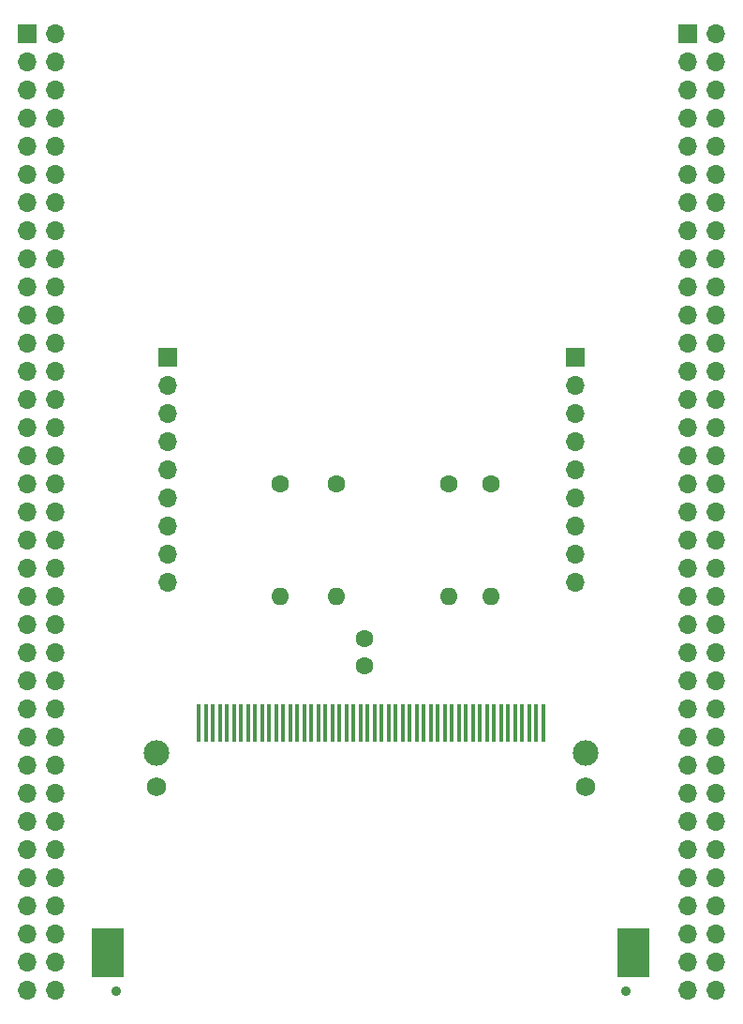
<source format=gbr>
G04 #@! TF.GenerationSoftware,KiCad,Pcbnew,7.0.1-3b83917a11~172~ubuntu22.04.1*
G04 #@! TF.CreationDate,2023-04-09T16:34:52+09:00*
G04 #@! TF.ProjectId,Akashi-14,416b6173-6869-42d3-9134-2e6b69636164,rev?*
G04 #@! TF.SameCoordinates,Original*
G04 #@! TF.FileFunction,Soldermask,Top*
G04 #@! TF.FilePolarity,Negative*
%FSLAX46Y46*%
G04 Gerber Fmt 4.6, Leading zero omitted, Abs format (unit mm)*
G04 Created by KiCad (PCBNEW 7.0.1-3b83917a11~172~ubuntu22.04.1) date 2023-04-09 16:34:52*
%MOMM*%
%LPD*%
G01*
G04 APERTURE LIST*
%ADD10C,0.889000*%
%ADD11C,2.311400*%
%ADD12C,1.752600*%
%ADD13R,0.406400X3.505200*%
%ADD14R,2.997200X4.495800*%
%ADD15R,1.700000X1.700000*%
%ADD16O,1.700000X1.700000*%
%ADD17C,1.600000*%
%ADD18O,1.600000X1.600000*%
G04 APERTURE END LIST*
D10*
X108380900Y-152501700D03*
D11*
X112013100Y-131013300D03*
D12*
X112013100Y-134010500D03*
D11*
X150748100Y-131013300D03*
D12*
X150748100Y-134010500D03*
D10*
X154380300Y-152501700D03*
D13*
X115823100Y-128270100D03*
X117093100Y-128270100D03*
X118363100Y-128270100D03*
X119633100Y-128270100D03*
X120903100Y-128270100D03*
X122173100Y-128270100D03*
X123443100Y-128270100D03*
X124713100Y-128270100D03*
X125983100Y-128270100D03*
X127253100Y-128270100D03*
X128523100Y-128270100D03*
X129793100Y-128270100D03*
X131063100Y-128270100D03*
X132333100Y-128270100D03*
X133603100Y-128270100D03*
X134873100Y-128270100D03*
X136143100Y-128270100D03*
X137413100Y-128270100D03*
X138683100Y-128270100D03*
X139953100Y-128270100D03*
X141223100Y-128270100D03*
X142493100Y-128270100D03*
X143763100Y-128270100D03*
X145033100Y-128270100D03*
X146303100Y-128270100D03*
X116458100Y-128270100D03*
X117728100Y-128270100D03*
X118998100Y-128270100D03*
X120268100Y-128270100D03*
X121538100Y-128270100D03*
X122808100Y-128270100D03*
X124078100Y-128270100D03*
X125348100Y-128270100D03*
X126618100Y-128270100D03*
X127888100Y-128270100D03*
X129158100Y-128270100D03*
X130428100Y-128270100D03*
X131698100Y-128270100D03*
X132968100Y-128270100D03*
X134238100Y-128270100D03*
X135508100Y-128270100D03*
X136778100Y-128270100D03*
X138048100Y-128270100D03*
X139318100Y-128270100D03*
X140588100Y-128270100D03*
X141858100Y-128270100D03*
X143128100Y-128270100D03*
X144398100Y-128270100D03*
X145668100Y-128270100D03*
X146938100Y-128270100D03*
D14*
X107631600Y-149021900D03*
X155129600Y-149021900D03*
D15*
X113030000Y-95250000D03*
D16*
X113030000Y-97790000D03*
X113030000Y-100330000D03*
X113030000Y-102870000D03*
X113030000Y-105410000D03*
X113030000Y-107950000D03*
X113030000Y-110490000D03*
X113030000Y-113030000D03*
X113030000Y-115570000D03*
D17*
X138430000Y-106680000D03*
D18*
X138430000Y-116840000D03*
D17*
X142240000Y-106680000D03*
D18*
X142240000Y-116840000D03*
D17*
X130810000Y-123150000D03*
X130810000Y-120650000D03*
X123190000Y-106680000D03*
D18*
X123190000Y-116840000D03*
D17*
X128270000Y-106680000D03*
D18*
X128270000Y-116840000D03*
D15*
X149860000Y-95250000D03*
D16*
X149860000Y-97790000D03*
X149860000Y-100330000D03*
X149860000Y-102870000D03*
X149860000Y-105410000D03*
X149860000Y-107950000D03*
X149860000Y-110490000D03*
X149860000Y-113030000D03*
X149860000Y-115570000D03*
D15*
X160020000Y-66040000D03*
D16*
X162560000Y-66040000D03*
X160020000Y-68580000D03*
X162560000Y-68580000D03*
X160020000Y-71120000D03*
X162560000Y-71120000D03*
X160020000Y-73660000D03*
X162560000Y-73660000D03*
X160020000Y-76200000D03*
X162560000Y-76200000D03*
X160020000Y-78740000D03*
X162560000Y-78740000D03*
X160020000Y-81280000D03*
X162560000Y-81280000D03*
X160020000Y-83820000D03*
X162560000Y-83820000D03*
X160020000Y-86360000D03*
X162560000Y-86360000D03*
X160020000Y-88900000D03*
X162560000Y-88900000D03*
X160020000Y-91440000D03*
X162560000Y-91440000D03*
X160020000Y-93980000D03*
X162560000Y-93980000D03*
X160020000Y-96520000D03*
X162560000Y-96520000D03*
X160020000Y-99060000D03*
X162560000Y-99060000D03*
X160020000Y-101600000D03*
X162560000Y-101600000D03*
X160020000Y-104140000D03*
X162560000Y-104140000D03*
X160020000Y-106680000D03*
X162560000Y-106680000D03*
X160020000Y-109220000D03*
X162560000Y-109220000D03*
X160020000Y-111760000D03*
X162560000Y-111760000D03*
X160020000Y-114300000D03*
X162560000Y-114300000D03*
X160020000Y-116840000D03*
X162560000Y-116840000D03*
X160020000Y-119380000D03*
X162560000Y-119380000D03*
X160020000Y-121920000D03*
X162560000Y-121920000D03*
X160020000Y-124460000D03*
X162560000Y-124460000D03*
X160020000Y-127000000D03*
X162560000Y-127000000D03*
X160020000Y-129540000D03*
X162560000Y-129540000D03*
X160020000Y-132080000D03*
X162560000Y-132080000D03*
X160020000Y-134620000D03*
X162560000Y-134620000D03*
X160020000Y-137160000D03*
X162560000Y-137160000D03*
X160020000Y-139700000D03*
X162560000Y-139700000D03*
X160020000Y-142240000D03*
X162560000Y-142240000D03*
X160020000Y-144780000D03*
X162560000Y-144780000D03*
X160020000Y-147320000D03*
X162560000Y-147320000D03*
X160020000Y-149860000D03*
X162560000Y-149860000D03*
X160020000Y-152400000D03*
X162560000Y-152400000D03*
D15*
X100310000Y-66040000D03*
D16*
X102850000Y-66040000D03*
X100310000Y-68580000D03*
X102850000Y-68580000D03*
X100310000Y-71120000D03*
X102850000Y-71120000D03*
X100310000Y-73660000D03*
X102850000Y-73660000D03*
X100310000Y-76200000D03*
X102850000Y-76200000D03*
X100310000Y-78740000D03*
X102850000Y-78740000D03*
X100310000Y-81280000D03*
X102850000Y-81280000D03*
X100310000Y-83820000D03*
X102850000Y-83820000D03*
X100310000Y-86360000D03*
X102850000Y-86360000D03*
X100310000Y-88900000D03*
X102850000Y-88900000D03*
X100310000Y-91440000D03*
X102850000Y-91440000D03*
X100310000Y-93980000D03*
X102850000Y-93980000D03*
X100310000Y-96520000D03*
X102850000Y-96520000D03*
X100310000Y-99060000D03*
X102850000Y-99060000D03*
X100310000Y-101600000D03*
X102850000Y-101600000D03*
X100310000Y-104140000D03*
X102850000Y-104140000D03*
X100310000Y-106680000D03*
X102850000Y-106680000D03*
X100310000Y-109220000D03*
X102850000Y-109220000D03*
X100310000Y-111760000D03*
X102850000Y-111760000D03*
X100310000Y-114300000D03*
X102850000Y-114300000D03*
X100310000Y-116840000D03*
X102850000Y-116840000D03*
X100310000Y-119380000D03*
X102850000Y-119380000D03*
X100310000Y-121920000D03*
X102850000Y-121920000D03*
X100310000Y-124460000D03*
X102850000Y-124460000D03*
X100310000Y-127000000D03*
X102850000Y-127000000D03*
X100310000Y-129540000D03*
X102850000Y-129540000D03*
X100310000Y-132080000D03*
X102850000Y-132080000D03*
X100310000Y-134620000D03*
X102850000Y-134620000D03*
X100310000Y-137160000D03*
X102850000Y-137160000D03*
X100310000Y-139700000D03*
X102850000Y-139700000D03*
X100310000Y-142240000D03*
X102850000Y-142240000D03*
X100310000Y-144780000D03*
X102850000Y-144780000D03*
X100310000Y-147320000D03*
X102850000Y-147320000D03*
X100310000Y-149860000D03*
X102850000Y-149860000D03*
X100310000Y-152400000D03*
X102850000Y-152400000D03*
M02*

</source>
